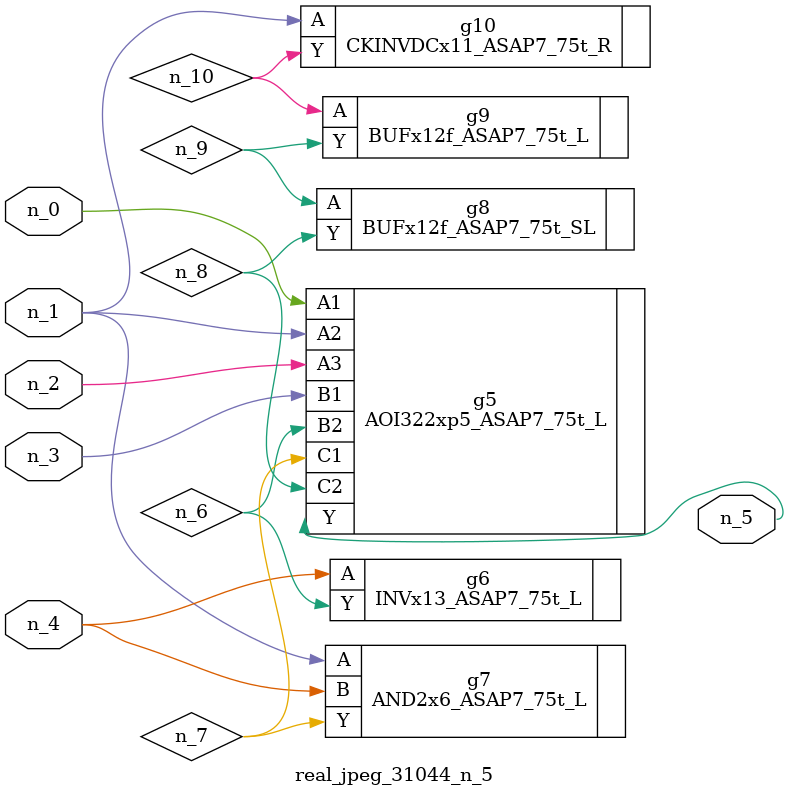
<source format=v>
module real_jpeg_31044_n_5 (n_4, n_0, n_1, n_2, n_3, n_5);

input n_4;
input n_0;
input n_1;
input n_2;
input n_3;

output n_5;

wire n_8;
wire n_6;
wire n_7;
wire n_10;
wire n_9;

AOI322xp5_ASAP7_75t_L g5 ( 
.A1(n_0),
.A2(n_1),
.A3(n_2),
.B1(n_3),
.B2(n_6),
.C1(n_7),
.C2(n_8),
.Y(n_5)
);

AND2x6_ASAP7_75t_L g7 ( 
.A(n_1),
.B(n_4),
.Y(n_7)
);

CKINVDCx11_ASAP7_75t_R g10 ( 
.A(n_1),
.Y(n_10)
);

INVx13_ASAP7_75t_L g6 ( 
.A(n_4),
.Y(n_6)
);

BUFx12f_ASAP7_75t_SL g8 ( 
.A(n_9),
.Y(n_8)
);

BUFx12f_ASAP7_75t_L g9 ( 
.A(n_10),
.Y(n_9)
);


endmodule
</source>
